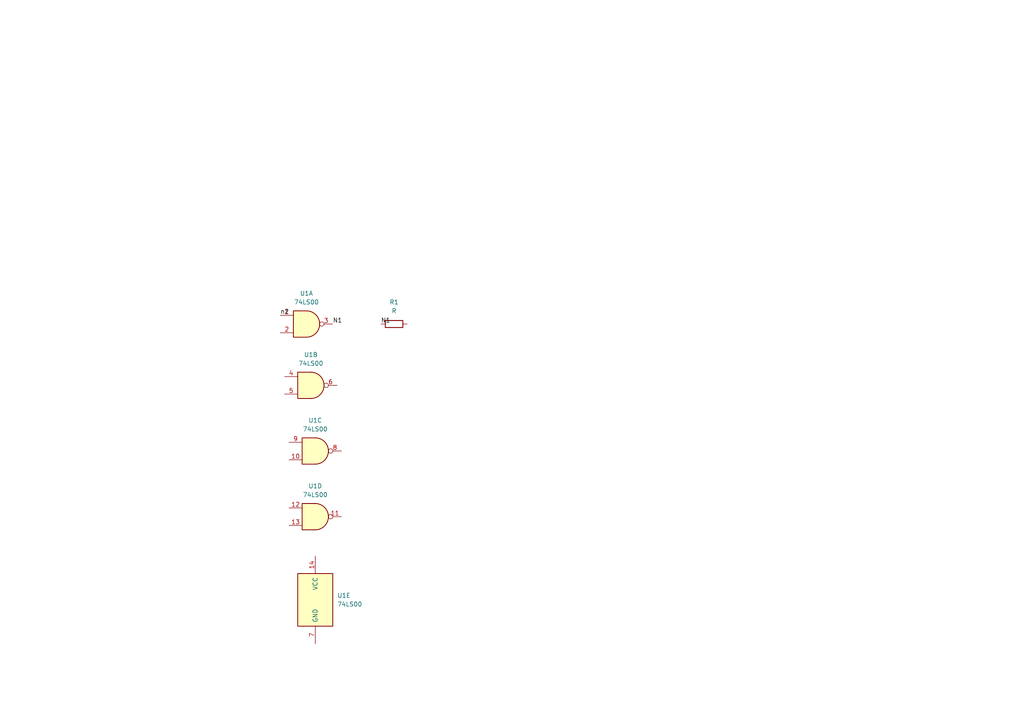
<source format=kicad_sch>
(kicad_sch (version 20231120) (generator "eeschema") (generator_version "8.0")
  (paper "A4")
  (lib_symbols
    (symbol "74xx:74LS00" (pin_names (offset 1.016))
      (property "Reference" "U" (at 0 1.27 0))
      (property "Value" "74LS00" (at 0 -1.27 0))
      (symbol "74LS00_1_1"
        (arc (start 0 -3.81) (mid 3.7934 0) (end 0 3.81) (stroke (width 0.254)) (fill (type background)))
        (polyline (pts (xy 0 3.81) (xy -3.81 3.81) (xy -3.81 -3.81) (xy 0 -3.81)) (stroke (width 0.254)) (fill (type background)))
        (pin input line (at -7.62 2.54 0) (length 3.81) (name "~") (number "1"))
        (pin input line (at -7.62 -2.54 0) (length 3.81) (name "~") (number "2"))
        (pin output inverted (at 7.62 0 180) (length 3.81) (name "~") (number "3"))
      )
      (symbol "74LS00_1_2"
        (arc (start -3.81 -3.81) (mid -2.589 0) (end -3.81 3.81) (stroke (width 0.254)))
        (arc (start -0.6096 -3.81) (mid 2.1842 -2.5851) (end 3.81 0) (stroke (width 0.254)) (fill (type background)))
        (polyline (pts (xy -3.81 -3.81) (xy -0.635 -3.81)) (stroke (width 0.254)) (fill (type background)))
        (polyline (pts (xy -3.81 3.81) (xy -0.635 3.81)) (stroke (width 0.254)) (fill (type background)))
        (polyline (pts (xy -0.635 3.81) (xy -3.81 3.81) (xy -3.81 3.81) (xy -3.556 3.4036) (xy -3.0226 2.2606) (xy -2.6924 1.0414) (xy -2.6162 -0.254) (xy -2.7686 -1.4986) (xy -3.175 -2.7178) (xy -3.81 -3.81) (xy -3.81 -3.81) (xy -0.635 -3.81)) (stroke (width -25.4)) (fill (type background)))
        (arc (start 3.81 0) (mid 2.1915 2.5936) (end -0.6096 3.81) (stroke (width 0.254)) (fill (type background)))
        (pin input inverted (at -7.62 2.54 0) (length 4.318) (name "~") (number "1"))
        (pin input inverted (at -7.62 -2.54 0) (length 4.318) (name "~") (number "2"))
        (pin output line (at 7.62 0 180) (length 3.81) (name "~") (number "3"))
      )
      (symbol "74LS00_2_1"
        (arc (start 0 -3.81) (mid 3.7934 0) (end 0 3.81) (stroke (width 0.254)) (fill (type background)))
        (polyline (pts (xy 0 3.81) (xy -3.81 3.81) (xy -3.81 -3.81) (xy 0 -3.81)) (stroke (width 0.254)) (fill (type background)))
        (pin input line (at -7.62 2.54 0) (length 3.81) (name "~") (number "4"))
        (pin input line (at -7.62 -2.54 0) (length 3.81) (name "~") (number "5"))
        (pin output inverted (at 7.62 0 180) (length 3.81) (name "~") (number "6"))
      )
      (symbol "74LS00_2_2"
        (arc (start -3.81 -3.81) (mid -2.589 0) (end -3.81 3.81) (stroke (width 0.254)))
        (arc (start -0.6096 -3.81) (mid 2.1842 -2.5851) (end 3.81 0) (stroke (width 0.254)) (fill (type background)))
        (polyline (pts (xy -3.81 -3.81) (xy -0.635 -3.81)) (stroke (width 0.254)) (fill (type background)))
        (polyline (pts (xy -3.81 3.81) (xy -0.635 3.81)) (stroke (width 0.254)) (fill (type background)))
        (polyline (pts (xy -0.635 3.81) (xy -3.81 3.81) (xy -3.81 3.81) (xy -3.556 3.4036) (xy -3.0226 2.2606) (xy -2.6924 1.0414) (xy -2.6162 -0.254) (xy -2.7686 -1.4986) (xy -3.175 -2.7178) (xy -3.81 -3.81) (xy -3.81 -3.81) (xy -0.635 -3.81)) (stroke (width -25.4)) (fill (type background)))
        (arc (start 3.81 0) (mid 2.1915 2.5936) (end -0.6096 3.81) (stroke (width 0.254)) (fill (type background)))
        (pin input inverted (at -7.62 2.54 0) (length 4.318) (name "~") (number "4"))
        (pin input inverted (at -7.62 -2.54 0) (length 4.318) (name "~") (number "5"))
        (pin output line (at 7.62 0 180) (length 3.81) (name "~") (number "6"))
      )
      (symbol "74LS00_3_1"
        (arc (start 0 -3.81) (mid 3.7934 0) (end 0 3.81) (stroke (width 0.254)) (fill (type background)))
        (polyline (pts (xy 0 3.81) (xy -3.81 3.81) (xy -3.81 -3.81) (xy 0 -3.81)) (stroke (width 0.254)) (fill (type background)))
        (pin input line (at -7.62 -2.54 0) (length 3.81) (name "~") (number "10"))
        (pin output inverted (at 7.62 0 180) (length 3.81) (name "~") (number "8"))
        (pin input line (at -7.62 2.54 0) (length 3.81) (name "~") (number "9"))
      )
      (symbol "74LS00_3_2"
        (arc (start -3.81 -3.81) (mid -2.589 0) (end -3.81 3.81) (stroke (width 0.254)))
        (arc (start -0.6096 -3.81) (mid 2.1842 -2.5851) (end 3.81 0) (stroke (width 0.254)) (fill (type background)))
        (polyline (pts (xy -3.81 -3.81) (xy -0.635 -3.81)) (stroke (width 0.254)) (fill (type background)))
        (polyline (pts (xy -3.81 3.81) (xy -0.635 3.81)) (stroke (width 0.254)) (fill (type background)))
        (polyline (pts (xy -0.635 3.81) (xy -3.81 3.81) (xy -3.81 3.81) (xy -3.556 3.4036) (xy -3.0226 2.2606) (xy -2.6924 1.0414) (xy -2.6162 -0.254) (xy -2.7686 -1.4986) (xy -3.175 -2.7178) (xy -3.81 -3.81) (xy -3.81 -3.81) (xy -0.635 -3.81)) (stroke (width -25.4)) (fill (type background)))
        (arc (start 3.81 0) (mid 2.1915 2.5936) (end -0.6096 3.81) (stroke (width 0.254)) (fill (type background)))
        (pin input inverted (at -7.62 -2.54 0) (length 4.318) (name "~") (number "10"))
        (pin output line (at 7.62 0 180) (length 3.81) (name "~") (number "8"))
        (pin input inverted (at -7.62 2.54 0) (length 4.318) (name "~") (number "9"))
      )
      (symbol "74LS00_4_1"
        (arc (start 0 -3.81) (mid 3.7934 0) (end 0 3.81) (stroke (width 0.254)) (fill (type background)))
        (polyline (pts (xy 0 3.81) (xy -3.81 3.81) (xy -3.81 -3.81) (xy 0 -3.81)) (stroke (width 0.254)) (fill (type background)))
        (pin output inverted (at 7.62 0 180) (length 3.81) (name "~") (number "11"))
        (pin input line (at -7.62 2.54 0) (length 3.81) (name "~") (number "12"))
        (pin input line (at -7.62 -2.54 0) (length 3.81) (name "~") (number "13"))
      )
      (symbol "74LS00_4_2"
        (arc (start -3.81 -3.81) (mid -2.589 0) (end -3.81 3.81) (stroke (width 0.254)))
        (arc (start -0.6096 -3.81) (mid 2.1842 -2.5851) (end 3.81 0) (stroke (width 0.254)) (fill (type background)))
        (polyline (pts (xy -3.81 -3.81) (xy -0.635 -3.81)) (stroke (width 0.254)) (fill (type background)))
        (polyline (pts (xy -3.81 3.81) (xy -0.635 3.81)) (stroke (width 0.254)) (fill (type background)))
        (polyline (pts (xy -0.635 3.81) (xy -3.81 3.81) (xy -3.81 3.81) (xy -3.556 3.4036) (xy -3.0226 2.2606) (xy -2.6924 1.0414) (xy -2.6162 -0.254) (xy -2.7686 -1.4986) (xy -3.175 -2.7178) (xy -3.81 -3.81) (xy -3.81 -3.81) (xy -0.635 -3.81)) (stroke (width -25.4)) (fill (type background)))
        (arc (start 3.81 0) (mid 2.1915 2.5936) (end -0.6096 3.81) (stroke (width 0.254)) (fill (type background)))
        (pin output line (at 7.62 0 180) (length 3.81) (name "~") (number "11"))
        (pin input inverted (at -7.62 2.54 0) (length 4.318) (name "~") (number "12"))
        (pin input inverted (at -7.62 -2.54 0) (length 4.318) (name "~") (number "13"))
      )
      (symbol "74LS00_5_0"
        (pin power_in line (at 0 12.7 270) (length 5.08) (name "VCC") (number "14"))
        (pin power_in line (at 0 -12.7 90) (length 5.08) (name "GND") (number "7"))
      )
      (symbol "74LS00_5_1"
        (rectangle (start -5.08 7.62) (end 5.08 -7.62) (stroke (width 0.254)) (fill (type background)))
      )
    )
    (symbol "Device:R" (pin_numbers hide) (pin_names (offset 0))
      (property "Reference" "R" (at 2.032 0 90))
      (property "Value" "R" (at 0 0 90))
      (symbol "R_0_1"
        (rectangle (start -1.016 -2.54) (end 1.016 2.54) (stroke (width 0.254)))
      )
      (symbol "R_1_1"
        (pin passive line (at 0 3.81 270) (length 1.27) (name "~") (number "1"))
        (pin passive line (at 0 -3.81 90) (length 1.27) (name "~") (number "2"))
      )
    )
  )
  (label "n2" (at 81.28 91.44 0))
  (label "N1" (at 110.49 93.98 0))
  (label "N1" (at 96.52 93.98 0))
  (symbol (lib_id "74xx:74LS00") (at 90.17 111.76 0) (unit 2)
    (property "Reference" "U1" (at 90.1617 102.87 0))
    (property "Value" "74LS00" (at 90.1617 105.41 0))
    (property "Datasheet" "http://www.ti.com/lit/gpn/sn74ls00" (effects (hide yes)))
    (property "Description" "quad 2-input NAND gate" (effects (hide yes)))
  )
  (symbol (lib_id "74xx:74LS00") (at 91.44 149.86 0) (unit 4)
    (property "Reference" "U1" (at 91.4317 140.97 0))
    (property "Value" "74LS00" (at 91.4317 143.51 0))
    (property "Datasheet" "http://www.ti.com/lit/gpn/sn74ls00" (effects (hide yes)))
    (property "Description" "quad 2-input NAND gate" (effects (hide yes)))
  )
  (symbol (lib_id "74xx:74LS00") (at 88.9 93.98 0) (unit 1)
    (property "Reference" "U1" (at 88.8917 85.09 0))
    (property "Value" "74LS00" (at 88.8917 87.63 0))
    (property "Footprint" "Package_DIP:DIP-14_W7.62mm_Socket" (effects (hide yes)))
    (property "Datasheet" "http://www.ti.com/lit/gpn/sn74ls00" (effects (hide yes)))
    (property "Description" "quad 2-input NAND gate" (effects (hide yes)))
  )
  (symbol (lib_id "Device:R") (at 114.3 93.98 90) (unit 1)
    (property "Reference" "R1" (at 114.3 87.63 90))
    (property "Value" "R" (at 114.3 90.17 90))
    (property "Footprint" "Resistor_THT:R_Axial_DIN0411_L9.9mm_D3.6mm_P12.70mm_Horizontal" (effects (hide yes)))
    (property "Description" "Resistor" (effects (hide yes)))
  )
  (symbol (lib_id "74xx:74LS00") (at 91.44 173.99 0) (unit 5)
    (property "Reference" "U1" (at 97.79 172.7199 0) (effects (justify left)))
    (property "Value" "74LS00" (at 97.79 175.2599 0) (effects (justify left)))
    (property "Datasheet" "http://www.ti.com/lit/gpn/sn74ls00" (effects (hide yes)))
    (property "Description" "quad 2-input NAND gate" (effects (hide yes)))
  )
  (symbol (lib_id "74xx:74LS00") (at 91.44 130.81 0) (unit 3)
    (property "Reference" "U1" (at 91.4317 121.92 0))
    (property "Value" "74LS00" (at 91.4317 124.46 0))
    (property "Datasheet" "http://www.ti.com/lit/gpn/sn74ls00" (effects (hide yes)))
    (property "Description" "quad 2-input NAND gate" (effects (hide yes)))
  )
)
</source>
